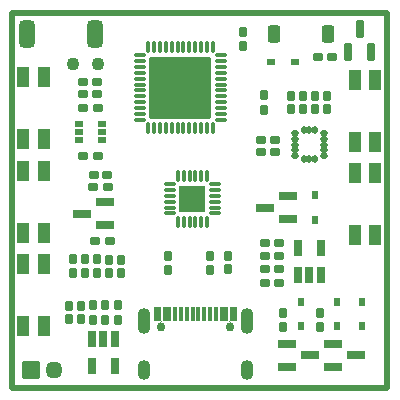
<source format=gbr>
%TF.GenerationSoftware,KiCad,Pcbnew,(6.0.0-rc1-323-gb9e66d8b98)*%
%TF.CreationDate,2021-12-09T23:12:50+08:00*%
%TF.ProjectId,Xterminal,58746572-6d69-46e6-916c-2e6b69636164,rev?*%
%TF.SameCoordinates,PXb340ac0PY76b1be0*%
%TF.FileFunction,Soldermask,Top*%
%TF.FilePolarity,Negative*%
%FSLAX46Y46*%
G04 Gerber Fmt 4.6, Leading zero omitted, Abs format (unit mm)*
G04 Created by KiCad (PCBNEW (6.0.0-rc1-323-gb9e66d8b98)) date 2021-12-09 23:12:50*
%MOMM*%
%LPD*%
G01*
G04 APERTURE LIST*
G04 Aperture macros list*
%AMRoundRect*
0 Rectangle with rounded corners*
0 $1 Rounding radius*
0 $2 $3 $4 $5 $6 $7 $8 $9 X,Y pos of 4 corners*
0 Add a 4 corners polygon primitive as box body*
4,1,4,$2,$3,$4,$5,$6,$7,$8,$9,$2,$3,0*
0 Add four circle primitives for the rounded corners*
1,1,$1+$1,$2,$3*
1,1,$1+$1,$4,$5*
1,1,$1+$1,$6,$7*
1,1,$1+$1,$8,$9*
0 Add four rect primitives between the rounded corners*
20,1,$1+$1,$2,$3,$4,$5,0*
20,1,$1+$1,$4,$5,$6,$7,0*
20,1,$1+$1,$6,$7,$8,$9,0*
20,1,$1+$1,$8,$9,$2,$3,0*%
G04 Aperture macros list end*
%TA.AperFunction,Profile*%
%ADD10C,0.500000*%
%TD*%
%ADD11RoundRect,0.112500X-0.375000X-0.062500X0.375000X-0.062500X0.375000X0.062500X-0.375000X0.062500X0*%
%ADD12RoundRect,0.112500X-0.062500X-0.375000X0.062500X-0.375000X0.062500X0.375000X-0.062500X0.375000X0*%
%ADD13RoundRect,0.050000X-2.575000X-2.575000X2.575000X-2.575000X2.575000X2.575000X-2.575000X2.575000X0*%
%ADD14RoundRect,0.200000X-0.150000X0.512500X-0.150000X-0.512500X0.150000X-0.512500X0.150000X0.512500X0*%
%ADD15RoundRect,0.200000X0.587500X0.150000X-0.587500X0.150000X-0.587500X-0.150000X0.587500X-0.150000X0*%
%ADD16RoundRect,0.205000X-0.155000X0.212500X-0.155000X-0.212500X0.155000X-0.212500X0.155000X0.212500X0*%
%ADD17RoundRect,0.210000X-0.197500X-0.160000X0.197500X-0.160000X0.197500X0.160000X-0.197500X0.160000X0*%
%ADD18RoundRect,0.050000X-0.225000X0.300000X-0.225000X-0.300000X0.225000X-0.300000X0.225000X0.300000X0*%
%ADD19RoundRect,0.050000X-0.300000X-0.225000X0.300000X-0.225000X0.300000X0.225000X-0.300000X0.225000X0*%
%ADD20RoundRect,0.205000X0.155000X-0.212500X0.155000X0.212500X-0.155000X0.212500X-0.155000X-0.212500X0*%
%ADD21RoundRect,0.050000X-0.500000X0.775000X-0.500000X-0.775000X0.500000X-0.775000X0.500000X0.775000X0*%
%ADD22RoundRect,0.200000X-0.587500X-0.150000X0.587500X-0.150000X0.587500X0.150000X-0.587500X0.150000X0*%
%ADD23RoundRect,0.210000X0.160000X-0.197500X0.160000X0.197500X-0.160000X0.197500X-0.160000X-0.197500X0*%
%ADD24RoundRect,0.210000X0.197500X0.160000X-0.197500X0.160000X-0.197500X-0.160000X0.197500X-0.160000X0*%
%ADD25RoundRect,0.112500X0.062500X-0.375000X0.062500X0.375000X-0.062500X0.375000X-0.062500X-0.375000X0*%
%ADD26RoundRect,0.112500X0.375000X-0.062500X0.375000X0.062500X-0.375000X0.062500X-0.375000X-0.062500X0*%
%ADD27RoundRect,0.050000X1.075000X-1.075000X1.075000X1.075000X-1.075000X1.075000X-1.075000X-1.075000X0*%
%ADD28RoundRect,0.050000X-0.325000X-0.200000X0.325000X-0.200000X0.325000X0.200000X-0.325000X0.200000X0*%
%ADD29RoundRect,0.050000X0.500000X-0.775000X0.500000X0.775000X-0.500000X0.775000X-0.500000X-0.775000X0*%
%ADD30C,1.100000*%
%ADD31RoundRect,0.205000X-0.212500X-0.155000X0.212500X-0.155000X0.212500X0.155000X-0.212500X0.155000X0*%
%ADD32RoundRect,0.210000X-0.160000X0.197500X-0.160000X-0.197500X0.160000X-0.197500X0.160000X0.197500X0*%
%ADD33RoundRect,0.137500X-0.187500X-0.087500X0.187500X-0.087500X0.187500X0.087500X-0.187500X0.087500X0*%
%ADD34RoundRect,0.137500X-0.087500X-0.187500X0.087500X-0.187500X0.087500X0.187500X-0.087500X0.187500X0*%
%ADD35C,0.750000*%
%ADD36RoundRect,0.050000X-0.150000X-0.575000X0.150000X-0.575000X0.150000X0.575000X-0.150000X0.575000X0*%
%ADD37O,1.100000X2.200000*%
%ADD38O,1.100000X1.700000*%
%ADD39RoundRect,0.300000X0.350000X0.850000X-0.350000X0.850000X-0.350000X-0.850000X0.350000X-0.850000X0*%
%ADD40RoundRect,0.300000X-0.250000X-0.450000X0.250000X-0.450000X0.250000X0.450000X-0.250000X0.450000X0*%
%ADD41RoundRect,0.200000X0.150000X-0.512500X0.150000X0.512500X-0.150000X0.512500X-0.150000X-0.512500X0*%
%ADD42RoundRect,0.200000X0.150000X-0.587500X0.150000X0.587500X-0.150000X0.587500X-0.150000X-0.587500X0*%
%ADD43RoundRect,0.205000X0.212500X0.155000X-0.212500X0.155000X-0.212500X-0.155000X0.212500X-0.155000X0*%
%ADD44RoundRect,0.050000X0.675000X-0.675000X0.675000X0.675000X-0.675000X0.675000X-0.675000X-0.675000X0*%
%ADD45O,1.450000X1.450000*%
%ADD46RoundRect,0.050000X0.225000X-0.300000X0.225000X0.300000X-0.225000X0.300000X-0.225000X-0.300000X0*%
G04 APERTURE END LIST*
D10*
X0Y31750000D02*
X31750000Y31750000D01*
X31750000Y31750000D02*
X31750000Y0D01*
X31750000Y0D02*
X0Y0D01*
X0Y0D02*
X0Y31750000D01*
X0Y31750000D02*
X31750000Y31750000D01*
X31750000Y31750000D02*
X31750000Y0D01*
X31750000Y0D02*
X0Y0D01*
X0Y0D02*
X0Y31750000D01*
D11*
%TO.C,U1*%
X10786500Y28150000D03*
X10786500Y27650000D03*
X10786500Y27150000D03*
X10786500Y26650000D03*
X10786500Y26150000D03*
X10786500Y25650000D03*
X10786500Y25150000D03*
X10786500Y24650000D03*
X10786500Y24150000D03*
X10786500Y23650000D03*
X10786500Y23150000D03*
X10786500Y22650000D03*
D12*
X11474000Y21962500D03*
X11974000Y21962500D03*
X12474000Y21962500D03*
X12974000Y21962500D03*
X13474000Y21962500D03*
X13974000Y21962500D03*
X14474000Y21962500D03*
X14974000Y21962500D03*
X15474000Y21962500D03*
X15974000Y21962500D03*
X16474000Y21962500D03*
X16974000Y21962500D03*
D11*
X17661500Y22650000D03*
X17661500Y23150000D03*
X17661500Y23650000D03*
X17661500Y24150000D03*
X17661500Y24650000D03*
X17661500Y25150000D03*
X17661500Y25650000D03*
X17661500Y26150000D03*
X17661500Y26650000D03*
X17661500Y27150000D03*
X17661500Y27650000D03*
X17661500Y28150000D03*
D12*
X16974000Y28837500D03*
X16474000Y28837500D03*
X15974000Y28837500D03*
X15474000Y28837500D03*
X14974000Y28837500D03*
X14474000Y28837500D03*
X13974000Y28837500D03*
X13474000Y28837500D03*
X12974000Y28837500D03*
X12474000Y28837500D03*
X11974000Y28837500D03*
X11474000Y28837500D03*
D13*
X14224000Y25400000D03*
%TD*%
D14*
%TO.C,U5*%
X8644000Y4093500D03*
X7694000Y4093500D03*
X6744000Y4093500D03*
X6744000Y1818500D03*
X8644000Y1818500D03*
%TD*%
D15*
%TO.C,Q6*%
X7795500Y13782000D03*
X7795500Y15682000D03*
X5920500Y14732000D03*
%TD*%
D16*
%TO.C,C1*%
X19558000Y30091000D03*
X19558000Y28956000D03*
%TD*%
D17*
%TO.C,R7*%
X21411000Y8890000D03*
X22606000Y8890000D03*
%TD*%
D18*
%TO.C,D2*%
X25654000Y16290000D03*
X25654000Y14190000D03*
%TD*%
D19*
%TO.C,D1*%
X21848000Y27523000D03*
X23948000Y27523000D03*
%TD*%
D20*
%TO.C,C2*%
X23556000Y23562500D03*
X23556000Y24697500D03*
%TD*%
D21*
%TO.C,SW4*%
X928000Y26285000D03*
X928000Y21035000D03*
X2628000Y26285000D03*
X2628000Y21035000D03*
%TD*%
D16*
%TO.C,C12*%
X5126000Y10849500D03*
X5126000Y9714500D03*
%TD*%
D17*
%TO.C,R20*%
X6858000Y17018000D03*
X8053000Y17018000D03*
%TD*%
D22*
%TO.C,Q3*%
X23278000Y3678000D03*
X23278000Y1778000D03*
X25153000Y2728000D03*
%TD*%
D23*
%TO.C,R8*%
X6858000Y5752500D03*
X6858000Y6947500D03*
%TD*%
D17*
%TO.C,R18*%
X21411000Y11147332D03*
X22606000Y11147332D03*
%TD*%
D23*
%TO.C,R10*%
X16764000Y9981000D03*
X16764000Y11176000D03*
%TD*%
D24*
%TO.C,R16*%
X7201500Y19596000D03*
X6006500Y19596000D03*
%TD*%
D25*
%TO.C,U6*%
X13990000Y14052500D03*
X14490000Y14052500D03*
X14990000Y14052500D03*
X15490000Y14052500D03*
X15990000Y14052500D03*
X16490000Y14052500D03*
D26*
X17177500Y14740000D03*
X17177500Y15240000D03*
X17177500Y15740000D03*
X17177500Y16240000D03*
X17177500Y16740000D03*
X17177500Y17240000D03*
D25*
X16490000Y17927500D03*
X15990000Y17927500D03*
X15490000Y17927500D03*
X14990000Y17927500D03*
X14490000Y17927500D03*
X13990000Y17927500D03*
D26*
X13302500Y17240000D03*
X13302500Y16740000D03*
X13302500Y16240000D03*
X13302500Y15740000D03*
X13302500Y15240000D03*
X13302500Y14740000D03*
D27*
X15240000Y15990000D03*
%TD*%
D28*
%TO.C,Q5*%
X5654000Y22278000D03*
X5654000Y21628000D03*
X5654000Y20978000D03*
X7554000Y20978000D03*
X7554000Y21628000D03*
X7554000Y22278000D03*
%TD*%
D29*
%TO.C,SW1*%
X30734000Y12909000D03*
X30734000Y18159000D03*
X29034000Y12909000D03*
X29034000Y18159000D03*
%TD*%
D30*
%TO.C,TP2*%
X5105400Y27381200D03*
%TD*%
D17*
%TO.C,R3*%
X21004000Y19937500D03*
X22199000Y19937500D03*
%TD*%
D31*
%TO.C,C14*%
X6869289Y18025068D03*
X8004289Y18025068D03*
%TD*%
D24*
%TO.C,R1*%
X27043000Y27973000D03*
X25848000Y27973000D03*
%TD*%
D32*
%TO.C,R11*%
X26011500Y6322000D03*
X26011500Y5127000D03*
%TD*%
D22*
%TO.C,Q4*%
X27178000Y3678000D03*
X27178000Y1778000D03*
X29053000Y2728000D03*
%TD*%
D33*
%TO.C,U2*%
X23921000Y21574000D03*
X23921000Y21074000D03*
X23921000Y20574000D03*
X23921000Y20074000D03*
X23921000Y19574000D03*
D34*
X24646000Y19349000D03*
X25146000Y19349000D03*
X25646000Y19349000D03*
D33*
X26371000Y19574000D03*
X26371000Y20074000D03*
X26371000Y20574000D03*
X26371000Y21074000D03*
X26371000Y21574000D03*
D34*
X25646000Y21799000D03*
X25146000Y21799000D03*
X24646000Y21799000D03*
%TD*%
D20*
%TO.C,C11*%
X9162000Y9702000D03*
X9162000Y10837000D03*
%TD*%
D23*
%TO.C,R14*%
X7158000Y9684500D03*
X7158000Y10879500D03*
%TD*%
D16*
%TO.C,D4*%
X5842000Y6917500D03*
X5842000Y5782500D03*
%TD*%
D35*
%TO.C,U3*%
X12604000Y5145000D03*
X18384000Y5145000D03*
D36*
X12144000Y6210000D03*
X12944000Y6210000D03*
X14244000Y6210000D03*
X15244000Y6210000D03*
X15744000Y6210000D03*
X16744000Y6210000D03*
X18044000Y6210000D03*
X18844000Y6210000D03*
X18544000Y6210000D03*
X17744000Y6210000D03*
X17244000Y6210000D03*
X16244000Y6210000D03*
X14744000Y6210000D03*
X13744000Y6210000D03*
X13244000Y6210000D03*
X12444000Y6210000D03*
D37*
X19814000Y5645000D03*
X11174000Y5645000D03*
D38*
X19814000Y1465000D03*
X11174000Y1465000D03*
%TD*%
D20*
%TO.C,C13*%
X18288000Y10041000D03*
X18288000Y11176000D03*
%TD*%
D18*
%TO.C,D5*%
X27511500Y7274500D03*
X27511500Y5174500D03*
%TD*%
D17*
%TO.C,R19*%
X7022500Y12446000D03*
X8217500Y12446000D03*
%TD*%
D39*
%TO.C,AE1*%
X6970000Y29972000D03*
X1270000Y29972000D03*
%TD*%
D40*
%TO.C,BZ1*%
X22144000Y29903000D03*
X26744000Y29903000D03*
%TD*%
D32*
%TO.C,R6*%
X8924000Y6945000D03*
X8924000Y5750000D03*
%TD*%
%TO.C,R9*%
X7874000Y6947500D03*
X7874000Y5752500D03*
%TD*%
D20*
%TO.C,C4*%
X25588000Y23562500D03*
X25588000Y24697500D03*
%TD*%
D23*
%TO.C,R4*%
X21336000Y23532500D03*
X21336000Y24727500D03*
%TD*%
D21*
%TO.C,SW5*%
X928000Y10485000D03*
X928000Y5235000D03*
X2628000Y10485000D03*
X2628000Y5235000D03*
%TD*%
D20*
%TO.C,C3*%
X24572000Y23562500D03*
X24572000Y24697500D03*
%TD*%
D31*
%TO.C,C8*%
X21421000Y12276000D03*
X22556000Y12276000D03*
%TD*%
D41*
%TO.C,U4*%
X24196000Y9530500D03*
X25146000Y9530500D03*
X26096000Y9530500D03*
X26096000Y11805500D03*
X24196000Y11805500D03*
%TD*%
D29*
%TO.C,SW3*%
X30734000Y20828000D03*
X30734000Y26078000D03*
X29034000Y20828000D03*
X29034000Y26078000D03*
%TD*%
D32*
%TO.C,R15*%
X6142000Y10879500D03*
X6142000Y9684500D03*
%TD*%
D42*
%TO.C,Q1*%
X28448000Y28448000D03*
X30348000Y28448000D03*
X29398000Y30323000D03*
%TD*%
D43*
%TO.C,C6*%
X7128000Y24874000D03*
X5993000Y24874000D03*
%TD*%
D20*
%TO.C,C5*%
X26604000Y23562500D03*
X26604000Y24697500D03*
%TD*%
D31*
%TO.C,C9*%
X21421000Y10018666D03*
X22556000Y10018666D03*
%TD*%
D24*
%TO.C,R2*%
X22199000Y20953500D03*
X21004000Y20953500D03*
%TD*%
D44*
%TO.C,J1*%
X1540000Y1524000D03*
D45*
X3540000Y1524000D03*
%TD*%
D17*
%TO.C,R5*%
X5963000Y25890000D03*
X7158000Y25890000D03*
%TD*%
D24*
%TO.C,R17*%
X7201500Y23660000D03*
X6006500Y23660000D03*
%TD*%
D23*
%TO.C,R12*%
X22861500Y5124500D03*
X22861500Y6319500D03*
%TD*%
D30*
%TO.C,TP1*%
X7213600Y27381200D03*
%TD*%
D18*
%TO.C,D6*%
X29561500Y7272000D03*
X29561500Y5172000D03*
%TD*%
D23*
%TO.C,R13*%
X13208000Y9981000D03*
X13208000Y11176000D03*
%TD*%
D21*
%TO.C,SW2*%
X928000Y18373000D03*
X928000Y13123000D03*
X2628000Y18373000D03*
X2628000Y13123000D03*
%TD*%
D20*
%TO.C,C10*%
X8146000Y9702000D03*
X8146000Y10837000D03*
%TD*%
D15*
%TO.C,Q2*%
X23289500Y14290000D03*
X23289500Y16190000D03*
X21414500Y15240000D03*
%TD*%
D46*
%TO.C,D3*%
X24427500Y5177500D03*
X24427500Y7277500D03*
%TD*%
D16*
%TO.C,C7*%
X4824000Y6917500D03*
X4824000Y5782500D03*
%TD*%
G36*
X12629264Y5598382D02*
G01*
X12628931Y5597140D01*
X12625793Y5592443D01*
X12626489Y5591031D01*
X12626156Y5590051D01*
X12613069Y5570463D01*
X12620208Y5534577D01*
X12651947Y5514261D01*
X12652867Y5512485D01*
X12651789Y5510801D01*
X12650556Y5510602D01*
X12604000Y5517975D01*
X12488746Y5499721D01*
X12469456Y5489892D01*
X12467459Y5489997D01*
X12466551Y5491779D01*
X12467027Y5492973D01*
X12490299Y5520221D01*
X12487426Y5556718D01*
X12459385Y5580667D01*
X12444499Y5583025D01*
X12442945Y5584283D01*
X12443258Y5586259D01*
X12444812Y5587000D01*
X12593801Y5587000D01*
X12612354Y5590691D01*
X12626157Y5599914D01*
X12628152Y5600045D01*
X12629264Y5598382D01*
G37*
G36*
X18361843Y5599913D02*
G01*
X18375645Y5590691D01*
X18394199Y5587000D01*
X18543194Y5587000D01*
X18544926Y5586000D01*
X18544926Y5584000D01*
X18543959Y5583152D01*
X18509370Y5568824D01*
X18495360Y5535001D01*
X18509472Y5500933D01*
X18518488Y5494382D01*
X18519301Y5492555D01*
X18518125Y5490937D01*
X18516404Y5490982D01*
X18499254Y5499721D01*
X18384000Y5517975D01*
X18337522Y5510614D01*
X18335655Y5511330D01*
X18335342Y5513306D01*
X18336164Y5514294D01*
X18366714Y5533015D01*
X18375255Y5568594D01*
X18361596Y5589932D01*
X18361504Y5591930D01*
X18362103Y5592599D01*
X18359069Y5597139D01*
X18358938Y5599135D01*
X18360601Y5600246D01*
X18361843Y5599913D01*
G37*
G36*
X24857625Y19596796D02*
G01*
X24886667Y19577391D01*
X24922794Y19584577D01*
X24932677Y19594460D01*
X24934609Y19594978D01*
X24936023Y19593564D01*
X24935754Y19591935D01*
X24933352Y19588340D01*
X24923000Y19536301D01*
X24923000Y19161699D01*
X24933352Y19109661D01*
X24937149Y19103978D01*
X24937280Y19101983D01*
X24935617Y19100871D01*
X24934375Y19101204D01*
X24905333Y19120609D01*
X24869206Y19113423D01*
X24859323Y19103540D01*
X24857391Y19103022D01*
X24855977Y19104436D01*
X24856246Y19106065D01*
X24858648Y19109660D01*
X24869000Y19161699D01*
X24869000Y19536301D01*
X24858648Y19588339D01*
X24854851Y19594022D01*
X24854720Y19596017D01*
X24856383Y19597129D01*
X24857625Y19596796D01*
G37*
G36*
X25357625Y19596796D02*
G01*
X25386667Y19577391D01*
X25422794Y19584577D01*
X25432677Y19594460D01*
X25434609Y19594978D01*
X25436023Y19593564D01*
X25435754Y19591935D01*
X25433352Y19588340D01*
X25423000Y19536301D01*
X25423000Y19161699D01*
X25433352Y19109661D01*
X25437149Y19103978D01*
X25437280Y19101983D01*
X25435617Y19100871D01*
X25434375Y19101204D01*
X25405333Y19120609D01*
X25369206Y19113423D01*
X25359323Y19103540D01*
X25357391Y19103022D01*
X25355977Y19104436D01*
X25356246Y19106065D01*
X25358648Y19109660D01*
X25369000Y19161699D01*
X25369000Y19536301D01*
X25358648Y19588339D01*
X25354851Y19594022D01*
X25354720Y19596017D01*
X25356383Y19597129D01*
X25357625Y19596796D01*
G37*
G36*
X26619129Y19863617D02*
G01*
X26618796Y19862375D01*
X26599391Y19833333D01*
X26606577Y19797206D01*
X26616460Y19787323D01*
X26616978Y19785391D01*
X26615564Y19783977D01*
X26613935Y19784246D01*
X26610340Y19786648D01*
X26558301Y19797000D01*
X26183699Y19797000D01*
X26131661Y19786648D01*
X26125978Y19782851D01*
X26123983Y19782720D01*
X26122871Y19784383D01*
X26123204Y19785625D01*
X26142609Y19814667D01*
X26135423Y19850794D01*
X26125540Y19860677D01*
X26125022Y19862609D01*
X26126436Y19864023D01*
X26128065Y19863754D01*
X26131660Y19861352D01*
X26183699Y19851000D01*
X26558301Y19851000D01*
X26610339Y19861352D01*
X26616022Y19865149D01*
X26618017Y19865280D01*
X26619129Y19863617D01*
G37*
G36*
X24169129Y19863617D02*
G01*
X24168796Y19862375D01*
X24149391Y19833333D01*
X24156577Y19797206D01*
X24166460Y19787323D01*
X24166978Y19785391D01*
X24165564Y19783977D01*
X24163935Y19784246D01*
X24160340Y19786648D01*
X24108301Y19797000D01*
X23733699Y19797000D01*
X23681661Y19786648D01*
X23675978Y19782851D01*
X23673983Y19782720D01*
X23672871Y19784383D01*
X23673204Y19785625D01*
X23692609Y19814667D01*
X23685423Y19850794D01*
X23675540Y19860677D01*
X23675022Y19862609D01*
X23676436Y19864023D01*
X23678065Y19863754D01*
X23681660Y19861352D01*
X23733699Y19851000D01*
X24108301Y19851000D01*
X24160339Y19861352D01*
X24166022Y19865149D01*
X24168017Y19865280D01*
X24169129Y19863617D01*
G37*
G36*
X24169129Y20363617D02*
G01*
X24168796Y20362375D01*
X24149391Y20333333D01*
X24156577Y20297206D01*
X24166460Y20287323D01*
X24166978Y20285391D01*
X24165564Y20283977D01*
X24163935Y20284246D01*
X24160340Y20286648D01*
X24108301Y20297000D01*
X23733699Y20297000D01*
X23681661Y20286648D01*
X23675978Y20282851D01*
X23673983Y20282720D01*
X23672871Y20284383D01*
X23673204Y20285625D01*
X23692609Y20314667D01*
X23685423Y20350794D01*
X23675540Y20360677D01*
X23675022Y20362609D01*
X23676436Y20364023D01*
X23678065Y20363754D01*
X23681660Y20361352D01*
X23733699Y20351000D01*
X24108301Y20351000D01*
X24160339Y20361352D01*
X24166022Y20365149D01*
X24168017Y20365280D01*
X24169129Y20363617D01*
G37*
G36*
X26619129Y20363617D02*
G01*
X26618796Y20362375D01*
X26599391Y20333333D01*
X26606577Y20297206D01*
X26616460Y20287323D01*
X26616978Y20285391D01*
X26615564Y20283977D01*
X26613935Y20284246D01*
X26610340Y20286648D01*
X26558301Y20297000D01*
X26183699Y20297000D01*
X26131661Y20286648D01*
X26125978Y20282851D01*
X26123983Y20282720D01*
X26122871Y20284383D01*
X26123204Y20285625D01*
X26142609Y20314667D01*
X26135423Y20350794D01*
X26125540Y20360677D01*
X26125022Y20362609D01*
X26126436Y20364023D01*
X26128065Y20363754D01*
X26131660Y20361352D01*
X26183699Y20351000D01*
X26558301Y20351000D01*
X26610339Y20361352D01*
X26616022Y20365149D01*
X26618017Y20365280D01*
X26619129Y20363617D01*
G37*
G36*
X26619129Y20863617D02*
G01*
X26618796Y20862375D01*
X26599391Y20833333D01*
X26606577Y20797206D01*
X26616460Y20787323D01*
X26616978Y20785391D01*
X26615564Y20783977D01*
X26613935Y20784246D01*
X26610340Y20786648D01*
X26558301Y20797000D01*
X26183699Y20797000D01*
X26131661Y20786648D01*
X26125978Y20782851D01*
X26123983Y20782720D01*
X26122871Y20784383D01*
X26123204Y20785625D01*
X26142609Y20814667D01*
X26135423Y20850794D01*
X26125540Y20860677D01*
X26125022Y20862609D01*
X26126436Y20864023D01*
X26128065Y20863754D01*
X26131660Y20861352D01*
X26183699Y20851000D01*
X26558301Y20851000D01*
X26610339Y20861352D01*
X26616022Y20865149D01*
X26618017Y20865280D01*
X26619129Y20863617D01*
G37*
G36*
X24169129Y20863617D02*
G01*
X24168796Y20862375D01*
X24149391Y20833333D01*
X24156577Y20797206D01*
X24166460Y20787323D01*
X24166978Y20785391D01*
X24165564Y20783977D01*
X24163935Y20784246D01*
X24160340Y20786648D01*
X24108301Y20797000D01*
X23733699Y20797000D01*
X23681661Y20786648D01*
X23675978Y20782851D01*
X23673983Y20782720D01*
X23672871Y20784383D01*
X23673204Y20785625D01*
X23692609Y20814667D01*
X23685423Y20850794D01*
X23675540Y20860677D01*
X23675022Y20862609D01*
X23676436Y20864023D01*
X23678065Y20863754D01*
X23681660Y20861352D01*
X23733699Y20851000D01*
X24108301Y20851000D01*
X24160339Y20861352D01*
X24166022Y20865149D01*
X24168017Y20865280D01*
X24169129Y20863617D01*
G37*
G36*
X24169129Y21363617D02*
G01*
X24168796Y21362375D01*
X24149391Y21333333D01*
X24156577Y21297206D01*
X24166460Y21287323D01*
X24166978Y21285391D01*
X24165564Y21283977D01*
X24163935Y21284246D01*
X24160340Y21286648D01*
X24108301Y21297000D01*
X23733699Y21297000D01*
X23681661Y21286648D01*
X23675978Y21282851D01*
X23673983Y21282720D01*
X23672871Y21284383D01*
X23673204Y21285625D01*
X23692609Y21314667D01*
X23685423Y21350794D01*
X23675540Y21360677D01*
X23675022Y21362609D01*
X23676436Y21364023D01*
X23678065Y21363754D01*
X23681660Y21361352D01*
X23733699Y21351000D01*
X24108301Y21351000D01*
X24160339Y21361352D01*
X24166022Y21365149D01*
X24168017Y21365280D01*
X24169129Y21363617D01*
G37*
G36*
X26619129Y21363617D02*
G01*
X26618796Y21362375D01*
X26599391Y21333333D01*
X26606577Y21297206D01*
X26616460Y21287323D01*
X26616978Y21285391D01*
X26615564Y21283977D01*
X26613935Y21284246D01*
X26610340Y21286648D01*
X26558301Y21297000D01*
X26183699Y21297000D01*
X26131661Y21286648D01*
X26125978Y21282851D01*
X26123983Y21282720D01*
X26122871Y21284383D01*
X26123204Y21285625D01*
X26142609Y21314667D01*
X26135423Y21350794D01*
X26125540Y21360677D01*
X26125022Y21362609D01*
X26126436Y21364023D01*
X26128065Y21363754D01*
X26131660Y21361352D01*
X26183699Y21351000D01*
X26558301Y21351000D01*
X26610339Y21361352D01*
X26616022Y21365149D01*
X26618017Y21365280D01*
X26619129Y21363617D01*
G37*
G36*
X24857625Y22046796D02*
G01*
X24886667Y22027391D01*
X24922794Y22034577D01*
X24932677Y22044460D01*
X24934609Y22044978D01*
X24936023Y22043564D01*
X24935754Y22041935D01*
X24933352Y22038340D01*
X24923000Y21986301D01*
X24923000Y21611699D01*
X24933352Y21559661D01*
X24937149Y21553978D01*
X24937280Y21551983D01*
X24935617Y21550871D01*
X24934375Y21551204D01*
X24905333Y21570609D01*
X24869206Y21563423D01*
X24859323Y21553540D01*
X24857391Y21553022D01*
X24855977Y21554436D01*
X24856246Y21556065D01*
X24858648Y21559660D01*
X24869000Y21611699D01*
X24869000Y21986301D01*
X24858648Y22038339D01*
X24854851Y22044022D01*
X24854720Y22046017D01*
X24856383Y22047129D01*
X24857625Y22046796D01*
G37*
G36*
X25357625Y22046796D02*
G01*
X25386667Y22027391D01*
X25422794Y22034577D01*
X25432677Y22044460D01*
X25434609Y22044978D01*
X25436023Y22043564D01*
X25435754Y22041935D01*
X25433352Y22038340D01*
X25423000Y21986301D01*
X25423000Y21611699D01*
X25433352Y21559661D01*
X25437149Y21553978D01*
X25437280Y21551983D01*
X25435617Y21550871D01*
X25434375Y21551204D01*
X25405333Y21570609D01*
X25369206Y21563423D01*
X25359323Y21553540D01*
X25357391Y21553022D01*
X25355977Y21554436D01*
X25356246Y21556065D01*
X25358648Y21559660D01*
X25369000Y21611699D01*
X25369000Y21986301D01*
X25358648Y22038339D01*
X25354851Y22044022D01*
X25354720Y22046017D01*
X25356383Y22047129D01*
X25357625Y22046796D01*
G37*
M02*

</source>
